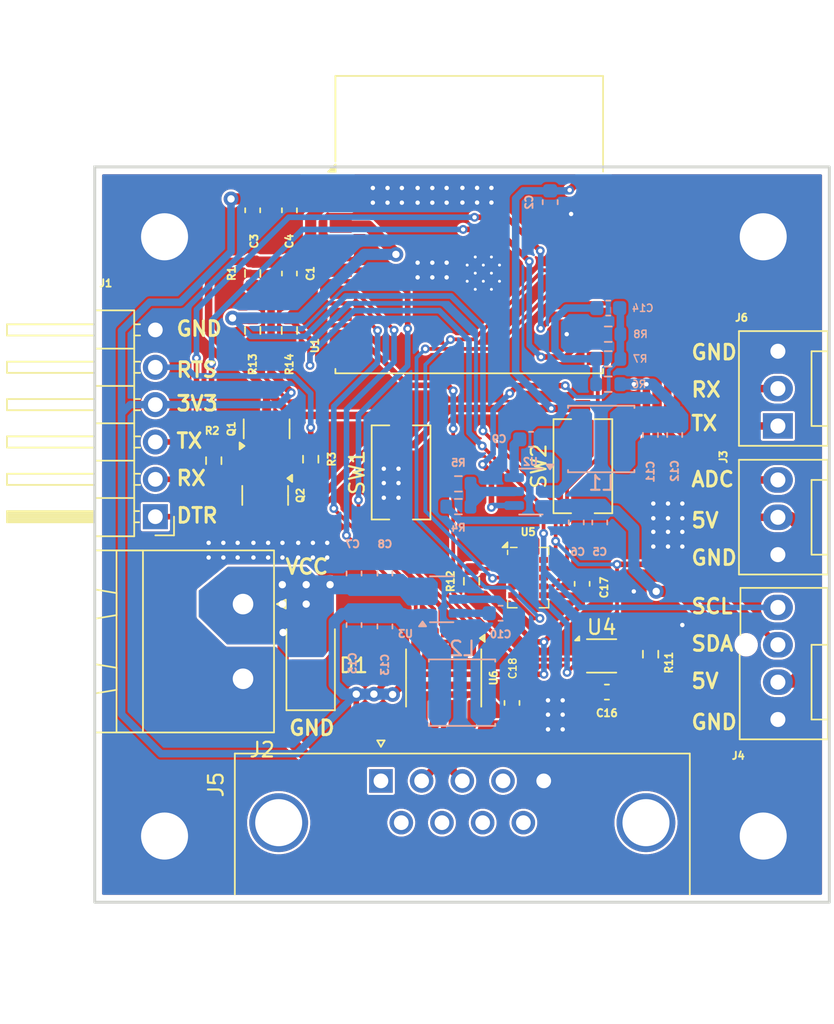
<source format=kicad_pcb>
(kicad_pcb (version 20241229) (generator "pcbnew") (generator_version "9.0")
  (layers (0 "F.Cu" signal) (4 "In1.Cu" signal) (6 "In2.Cu" signal) (2 "B.Cu" signal) (13 "F.Paste" user) (15 "B.Paste" user) (5 "F.SilkS" user "F.Silkscreen") (7 "B.SilkS" user "B.Silkscreen") (1 "F.Mask" user) (3 "B.Mask" user) (25 "Edge.Cuts" user))
  (net 0 "")
  (net 1 "/ESP32-Microcontroller/EN")
  (net 2 "GND")
  (net 3 "SCL")
  (net 4 "/ESP32-Microcontroller/IO0")
  (net 5 "VCC")
  (net 6 "Net-(U2-SW)")
  (net 7 "Net-(U2-BOOT)")
  (net 8 "VDD5V")
  (net 9 "Net-(U2-FB)")
  (net 10 "Net-(U3-BST)")
  (net 11 "Net-(U3-SW)")
  (net 12 "/ESP32-Microcontroller/TX")
  (net 13 "/ESP32-Microcontroller/RX")
  (net 14 "/ESP32-Microcontroller/DTR")
  (net 15 "/ESP32-Microcontroller/RTS")
  (net 16 "Net-(U6-A)")
  (net 17 "Net-(U6-B)")
  (net 18 "ADC")
  (net 19 "EXT_TX")
  (net 20 "EXT_RX")
  (net 21 "Net-(Q2-B)")
  (net 22 "Net-(U2-EN)")
  (net 23 "Net-(U4-~{RESET})")
  (net 24 "Net-(U5-~{RESET})")
  (net 25 "PWM_CCS")
  (net 26 "ALERT")
  (net 27 "RS485_IO")
  (net 28 "CCS_INT")
  (net 29 "nWAKE")
  (net 30 "RS485_TX")
  (net 31 "RS485_RX")
  (net 33 "VDD3V3")
  (net 34 "SDA")
  (net 35 "Net-(C14-Pad1)")
  (net 42 "Net-(Q1-B)")
  (footprint "MountingHole:MountingHole_3.2mm_M3_ISO7380_Pad_TopBottom" (layer "F.Cu") (at 131.125 109.6)
    (property "Reference" "H2" (hide yes))
    (property "Value" "GND" (hide yes))
  )
  (footprint "Capacitor_SMD:C_0603_1608Metric" (layer "F.Cu") (at 159.55 92.45 90)
    (property "Reference" "C17")
    (property "Value" "1uF" (hide yes))
  )
  (footprint "Capacitor_SMD:C_0603_1608Metric" (layer "F.Cu") (at 139.625 67.05 -90)
    (property "Reference" "C4")
    (property "Value" "100nF" (hide yes))
  )
  (footprint "Diode_SMD:D_SMA" (layer "F.Cu") (at 141.0716 97.536 90)
    (property "Reference" "D1")
    (property "Value" "SMAJ6.0CA" (hide yes))
  )
  (footprint "MountingHole:MountingHole_3.2mm_M3_ISO7380_Pad_TopBottom" (layer "F.Cu") (at 131.125 68.85)
    (property "Reference" "H1" (hide yes))
    (property "Value" "GND" (hide yes))
  )
  (footprint "Package_SO:SOIC-8_3.9x4.9mm_P1.27mm" (layer "F.Cu") (at 150.125 98.85 -90)
    (property "Reference" "U6")
    (property "Value" "MAX485E" (hide yes))
  )
  (footprint "Package_TO_SOT_SMD:SOT-23" (layer "F.Cu") (at 137.975 86.4375 -90)
    (property "Reference" "Q2")
    (property "Value" "SS8050" (hide yes))
  )
  (footprint "Capacitor_SMD:C_0603_1608Metric" (layer "F.Cu") (at 154.775 100.55 90)
    (property "Reference" "C18")
    (property "Value" "100nF" (hide yes))
  )
  (footprint "Button_Switch_SMD:SW_Tactile_SPST_NO_Straight_CK_PTS636Sx25SMTRLFS" (layer "F.Cu") (at 147.225 84.875 90)
    (property "Reference" "SW1")
    (property "Value" "RESET")
  )
  (footprint "Resistor_SMD:R_0603_1608Metric" (layer "F.Cu") (at 139.625 75.225 -90)
    (property "Reference" "R14")
    (property "Value" "4.7k" (hide yes))
  )
  (footprint "Capacitor_SMD:C_0603_1608Metric" (layer "F.Cu") (at 161.235 99.81 180)
    (property "Reference" "C16")
    (property "Value" "100nF" (hide yes))
  )
  (footprint "Resistor_SMD:R_0603_1608Metric" (layer "F.Cu") (at 152.025 92.275 90)
    (property "Reference" "R12")
    (property "Value" "4.7k" (hide yes))
  )
  (footprint "Button_Switch_SMD:SW_Tactile_SPST_NO_Straight_CK_PTS636Sx25SMTRLFS" (layer "F.Cu") (at 159.6 84.45 90)
    (property "Reference" "SW2")
    (property "Value" "BOOT")
  )
  (footprint "Resistor_SMD:R_0603_1608Metric" (layer "F.Cu") (at 134.475 84.075 90)
    (property "Reference" "R2")
    (property "Value" "12k" (hide yes))
  )
  (footprint "Resistor_SMD:R_0603_1608Metric" (layer "F.Cu") (at 137.125 71.35 90)
    (property "Reference" "R1")
    (property "Value" "10k" (hide yes))
  )
  (footprint "Package_TO_SOT_SMD:SOT-23" (layer "F.Cu") (at 138.075 81.9125 90)
    (property "Reference" "Q1")
    (property "Value" "SS8050" (hide yes))
  )
  (footprint "RF_Module:ESP32-C3-WROOM-02" (layer "F.Cu") (at 151.865 71.125)
    (property "Reference" "U1")
    (property "Value" "ESP32-C3-WROOM-02" (hide yes))
  )
  (footprint "Connector_PinHeader_2.54mm:PinHeader_1x06_P2.54mm_Horizontal" (layer "F.Cu") (at 130.5 87.884 180)
    (property "Reference" "J1")
    (property "Value" "FTDI232 Connector" (hide yes))
  )
  (footprint "Resistor_SMD:R_0603_1608Metric" (layer "F.Cu") (at 137.125 75.225 -90)
    (property "Reference" "R13")
    (property "Value" "4.7k" (hide yes))
  )
  (footprint "Connector_Dsub:DSUB-9_Pins_Horizontal_P2.77x2.84mm_EdgePinOffset4.94mm_Housed_MountingHolesOffset4.94mm" (layer "F.Cu") (at 145.855 105.85)
    (property "Reference" "J5")
    (property "Value" "DE9_Pins")
  )
  (footprint "MountingHole:MountingHole_3.2mm_M3_ISO7380_Pad_TopBottom" (layer "F.Cu") (at 171.875 109.6)
    (property "Reference" "H3" (hide yes))
    (property "Value" "GND" (hide yes))
  )
  (footprint "Capacitor_SMD:C_0603_1608Metric" (layer "F.Cu") (at 137.125 67.05 -90)
    (property "Reference" "C3")
    (property "Value" "10uF" (hide yes))
  )
  (footprint "Package_DFN_QFN:DFN-8-1EP_2x2mm_P0.5mm_EP0.6x1.2mm" (layer "F.Cu") (at 160.875 97.35)
    (property "Reference" "U4")
    (property "Value" "SHT31A-DIS")
  )
  (footprint "Connector_Phoenix_MSTB:PhoenixContact_MSTBA_2,5_2-G-5,08_1x02_P5.08mm_Horizontal" (layer "F.Cu") (at 136.4671 93.8276 -90)
    (property "Reference" "J2")
    (property "Value" "POWER INPUT" (hide yes))
  )
  (footprint "Resistor_SMD:R_0603_1608Metric" (layer "F.Cu") (at 141.075 83.975 -90)
    (property "Reference" "R3")
    (property "Value" "12k" (hide yes))
  )
  (footprint "MountingHole:MountingHole_3.2mm_M3_ISO7380_Pad_TopBottom" (layer "F.Cu") (at 171.875 68.85)
    (property "Reference" "H4" (hide yes))
    (property "Value" "GND" (hide yes))
  )
  (footprint "Connector:FanPinHeader_1x03_P2.54mm_Vertical" (layer "F.Cu") (at 172.875 90.465 90)
    (property "Reference" "J3")
    (property "Value" "ADC" (hide yes))
  )
  (footprint "Capacitor_SMD:C_0603_1608Metric" (layer "F.Cu") (at 139.625 71.35 -90)
    (property "Reference" "C1")
    (property "Value" "1uF" (hide yes))
  )
  (footprint "Connector:FanPinHeader_1x03_P2.54mm_Vertical" (layer "F.Cu") (at 172.875 81.715 90)
    (property "Reference" "J6")
    (property "Value" "UART" (hide yes))
  )
  (footprint "Resistor_SMD:R_0603_1608Metric" (layer "F.Cu") (at 164.21 97.235 90)
    (property "Reference" "R11")
    (property "Value" "2k" (hide yes))
  )
  (footprint "Connector:FanPinHeader_1x04_P2.54mm_Vertical" (layer "F.Cu") (at 172.875 101.675 90)
    (property "Reference" "J4")
    (property "Value" "I2C" (hide yes))
  )
  (footprint "Package_LGA:AMS_LGA-10-1EP_2.7x4mm_P0.6mm" (layer "F.Cu") (at 155.875 92.025)
    (property "Reference" "U5")
    (property "Value" "CCS811" (hide yes))
  )
  (footprint "Inductor_SMD:L_APV_ANR4030" (layer "B.Cu") (at 151.375 99.85 180)
    (property "Reference" "L2")
    (property "Value" "10uH")
  )
  (footprint "Capacitor_SMD:C_0603_1608Metric" (layer "B.Cu") (at 157.375 66.5 -90)
    (property "Reference" "C2")
    (property "Value" "100nF" (hide yes))
  )
  (footprint "Capacitor_SMD:C_0603_1608Metric" (layer "B.Cu") (at 146.125 95.35 90)
    (property "Reference" "C13")
    (property "Value" "22uF" (hide yes))
  )
  (footprint "Resistor_SMD:R_0603_1608Metric" (layer "B.Cu") (at 151.125 87.2)
    (property "Reference" "R4")
    (property "Value" "511k" (hide yes))
  )
  (footprint "Resistor_SMD:R_0603_1608Metric" (layer "B.Cu") (at 161.325 77.15)
    (property "Reference" "R7")
    (property "Value" "100k" (hide yes))
  )
  (footprint "Capacitor_SMD:C_0603_1608Metric" (layer "B.Cu") (at 160.75 88.275 -90)
    (property "Reference" "C5")
    (property "Value" "10uF" (hide yes))
  )
  (footprint "Capacitor_SMD:C_0603_1608Metric" (layer "B.Cu") (at 156.075 82.625)
    (property "Reference" "C9")
    (property "Value" "100nF" (hide yes))
  )
  (footprint "Resistor_SMD:R_0603_1608Metric" (layer "B.Cu") (at 161.325 75.475 180)
    (property "Reference" "R8")
    (property "Value" "13.3k" (hide yes))
  )
  (footprint "Package_TO_SOT_SMD:TSOT-23-6" (layer "B.Cu") (at 149.9875 93.5)
    (property "Reference" "U3")
    (property "Value" "AP63203WU" (hide yes))
  )
  (footprint "Package_TO_SOT_SMD:SOT-23-6" (layer "B.Cu") (at 156.0625 86.175 180)
    (property "Reference" "U2")
    (property "Value" "TPS54302" (hide yes))
  )
  (footprint "Capacitor_SMD:C_0603_1608Metric" (layer "B.Cu") (at 144.025 95.25 -90)
    (property "Reference" "C15")
    (property "Value" "22uF" (hide yes))
  )
  (footprint "Capacitor_SMD:C_0603_1608Metric" (layer "B.Cu") (at 146.125 91.75 90)
    (property "Reference" "C8")
    (property "Value" "100nF" (hide yes))
  )
  (footprint "Inductor_SMD:L_APV_ANR4030" (layer "B.Cu") (at 160.85 82.6)
    (property "Reference" "L1")
    (property "Value" "10uH" (hide yes))
  )
  (footprint "Resistor_SMD:R_0603_1608Metric" (layer "B.Cu") (at 151.125 85.65 180)
    (property "Reference" "R5")
    (property "Value" "105k" (hide yes))
  )
  (footprint "Capacitor_SMD:C_0603_1608Metric" (layer "B.Cu") (at 164.2 82.325 -90)
    (property "Reference" "C11")
    (property "Value" "22uF" (hide yes))
  )
  (footprint "Capacitor_SMD:C_0603_1608Metric" (layer "B.Cu") (at 165.85 82.325 -90)
    (property "Reference" "C12")
    (property "Value" "22uF" (hide yes))
  )
  (footprint "Capacitor_SMD:C_0603_1608Metric" (layer "B.Cu") (at 154 94.45)
    (property "Reference" "C10")
    (property "Value" "100nF" (hide yes))
  )
  (footprint "Resistor_SMD:R_0603_1608Metric" (layer "B.Cu") (at 161.325 78.875 180)
    (property "Reference" "R6")
    (property "Value" "49.9k" (hide yes))
  )
  (footprint "Capacitor_SMD:C_0603_1608Metric" (layer "B.Cu") (at 161.325 73.7)
    (property "Reference" "C14")
    (property "Value" "75pF" (hide yes))
  )
  (footprint "Capacitor_SMD:C_0603_1608Metric" (layer "B.Cu") (at 159.15 88.275 -90)
    (property "Reference" "C6")
    (property "Value" "100nF" (hide yes))
  )
  (footprint "Capacitor_SMD:C_0603_1608Metric" (layer "B.Cu") (at 144.025 91.75 90)
    (property "Reference" "C7")
    (property "Value" "10uF" (hide yes))
  )
  (gr_rect (start 126.375 64.1) (end 176.375 114.1) (stroke (width 0.2)) (fill no) (layer "Edge.Cuts"))
  (gr_text "5V" (at 166.878 99.06 0) (layer "F.SilkS") (effects (font (size 1 1) (thickness 0.2) (bold yes)) (justify left)))
  (gr_text "RTS" (at 131.826 77.9 0) (layer "F.SilkS") (effects (font (size 1 1) (thickness 0.2) (bold yes)) (justify left)))
  (gr_text "SDA" (at 166.878 96.52 0) (layer "F.SilkS") (effects (font (size 1 1) (thickness 0.2) (bold yes)) (justify left)))
  (gr_text "DTR\n" (at 131.826 87.806 0) (layer "F.SilkS") (effects (font (size 1 1) (thickness 0.2) (bold yes)) (justify left)))
  (gr_text "ADC" (at 166.878 85.344 0) (layer "F.SilkS") (effects (font (size 1 1) (thickness 0.2) (bold yes)) (justify left)))
  (gr_text "RX" (at 131.826 85.266 0) (layer "F.SilkS") (effects (font (size 1 1) (thickness 0.2) (bold yes)) (justify left)))
  (gr_text "GND" (at 139.5 102.25 0) (layer "F.SilkS") (effects (font (size 1 1) (thickness 0.2) (bold yes)) (justify left)))
  (gr_text "RX" (at 166.878 79.248 0) (layer "F.SilkS") (effects (font (size 1 1) (thickness 0.2) (bold yes)) (justify left)))
  (gr_text "GND" (at 166.878 90.678 0) (layer "F.SilkS") (effects (font (size 1 1) (thickness 0.2) (bold yes)) (justify left)))
  (gr_text "5V" (at 166.878 88.138 0) (layer "F.SilkS") (effects (font (size 1 1) (thickness 0.2) (bold yes)) (justify left)))
  (gr_text "3V3\n" (at 131.826 80.186 0) (layer "F.SilkS") (effects (font (size 1 1) (thickness 0.2) (bold yes)) (justify left)))
  (gr_text "GND" (at 166.878 76.708 0) (layer "F.SilkS") (effects (font (size 1 1) (thickness 0.2) (bold yes)) (justify left)))
  (gr_text "TX" (at 166.878 81.534 0) (layer "F.SilkS") (effects (font (size 1 1) (thickness 0.2) (bold yes)) (justify left)))
  (gr_text "VCC\n" (at 139.25 91.2876 0) (layer "F.SilkS") (effects (font (size 1 1) (thickness 0.2) (bold yes)) (justify left)))
  (gr_text "SCL" (at 166.878 93.98 0) (layer "F.SilkS") (effects (font (size 1 1) (thickness 0.2) (bold yes)) (justify left)))
  (gr_text "GND" (at 131.826 75.106 0) (layer "F.SilkS") (effects (font (size 1 1) (thickness 0.2) (bold yes)) (justify left)))
  (gr_text "TX" (at 131.826 82.726 0) (layer "F.SilkS") (effects (font (size 1 1) (thickness 0.2) (bold yes)) (justify left)))
  (gr_text "GND" (at 166.878 101.854 0) (layer "F.SilkS") (effects (font (size 1 1) (thickness 0.2) (bold yes)) (justify left)))
  (segment (start 134.9875 76.2125) (end 134.775 76) (width 0.508) (layer "F.Cu") (net 1))
  (segment (start 138.075 80.975) (end 138.075 79.3) (width 0.508) (layer "F.Cu") (net 1))
  (segment (start 134.15 75.25) (end 134.125 75.225) (width 0.508) (layer "F.Cu") (net 1))
  (segment (start 143.115 66.625) (end 142 66.625) (width 0.762) (layer "F.Cu") (net 1))
  (segment (start 139.775 81) (end 134.9875 76.2125) (width 0.508) (layer "F.Cu") (net 1))
  (segment (start 139.625 70.575) (end 137.175 70.575) (width 0.762) (layer "F.Cu") (net 1))
  (segment (start 137.175 70.575) (end 137.125 70.525) (width 0.762) (layer "F.Cu") (net 1))
  (segment (start 142 66.625) (end 141.075 67.55) (width 0.762) (layer "F.Cu") (net 1))
  (segment (start 134.9875 76.2125) (end 134.15 75.375) (width 0.508) (layer "F.Cu") (net 1))
  (segment (start 147.225 81) (end 139.775 81) (width 0.508) (layer "F.Cu") (net 1))
  (segment (start 138.075 79.3) (end 134.775 76) (width 0.508) (layer "F.Cu") (net 1))
  (segment (start 141.075 67.55) (end 141.075 69.125) (width 0.762) (layer "F.Cu") (net 1))
  (segment (start 134.125 75.225) (end 134.125 71.65) (width 0.508) (layer "F.Cu") (net 1))
  (segment (start 141.075 69.125) (end 139.625 70.575) (width 0.762) (layer "F.Cu") (net 1))
  (segment (start 134.125 71.65) (end 135.25 70.525) (width 0.508) (layer "F.Cu") (net 1))
  (segment (start 134.15 75.375) (end 134.15 75.25) (width 0.508) (layer "F.Cu") (net 1))
  (segment (start 135.25 70.525) (end 137.125 70.525) (width 0.508) (layer "F.Cu") (net 1))
  (segment (start 160.875 96.681) (end 162.306 95.25) (width 0.254) (layer "F.Cu") (net 2))
  (segment (start 160.875 97.35) (end 160.875 96.681) (width 0.254) (layer "F.Cu") (net 2))
  (segment (start 162.306 95.25) (end 166.37 95.25) (width 0.254) (layer "F.Cu") (net 2))
  (via (at 140.224 90.662) (size 0.6) (drill 0.3) (layers "F.Cu" "B.Cu") (net 2))
  (via (at 165.395 87.991) (size 0.6) (drill 0.3) (layers "F.Cu" "B.Cu") (net 2))
  (via (at 151.4 66.525) (size 0.6) (drill 0.3) (layers "F.Cu" "B.Cu") (net 2))
  (via (at 157.226 102.346) (size 0.6) (drill 0.3) (layers "F.Cu" "B.Cu") (net 2))
  (via (at 150.327 71.612) (size 0.6) (drill 0.3) (layers "F.Cu" "B.Cu") (net 2))
  (via (at 141.224 90.662) (size 0.6) (drill 0.3) (layers "F.Cu" "B.Cu") (net 2))
  (via (at 150.327 66.532) (size 0.6) (drill 0.3) (layers "F.Cu" "B.Cu") (net 2))
  (via (at 146.05 85.598) (size 0.6) (drill 0.3) (layers "F.Cu" "B.Cu") (net 2))
  (via (at 134.128 89.662) (size 0.6) (drill 0.3) (layers "F.Cu" "B.Cu") (net 2))
  (via (at 165.395 86.991) (size 0.6) (drill 0.3) (layers "F.Cu" "B.Cu") (net 2))
  (via (at 153.375 66.525) (size 0.6) (drill 0.3) (layers "F.Cu" "B.Cu") (net 2))
  (via (at 134.128 90.662) (size 0.6) (drill 0.3) (layers "F.Cu" "B.Cu") (net 2))
  (via (at 158.8 67.3) (size 0.6) (drill 0.3) (layers "F.Cu" "B.Cu") (net 2))
  (via (at 145.304 66.532) (size 0.6) (drill 0.3) (layers "F.Cu" "B.Cu") (net 2))
  (via (at 152.4 66.525) (size 0.6) (drill 0.3) (layers "F.Cu" "B.Cu") (net 2))
  (via (at 157.226 101.346) (size 0.6) (drill 0.3) (layers "F.Cu" "B.Cu") (net 2))
  (via (at 158.226 102.346) (size 0.6) (drill 0.3) (layers "F.Cu" "B.Cu") (net 2))
  (via (at 158.5 75.475) (size 0.6) (drill 0.3) (layers "F.Cu" "B.Cu") (net 2))
  (via (at 135.128 90.662) (size 0.6) (drill 0.3) (layers "F.Cu" "B.Cu") (net 2))
  (via (at 166.37 86.991) (size 0.6) (drill 0.3) (layers "F.Cu" "B.Cu") (net 2))
  (via (at 139.151 90.662) (size 0.6) (drill 0.3) (layers "F.Cu" "B.Cu") (net 2))
  (via (at 157.226 100.371) (size 0.6) (drill 0.3) (layers "F.Cu" "B.Cu") (net 2))
  (via (at 139.151 89.662) (size 0.6) (drill 0.3) (layers "F.Cu" "B.Cu") (net 2))
  (via (at 147.279 66.532) (size 0.6) (drill 0.3) (layers "F.Cu" "B.Cu") (net 2))
  (via (at 150.327 70.612) (size 0.6) (drill 0.3) (layers "F.Cu" "B.Cu") (net 2))
  (via (at 146.05 86.598) (size 0.6) (drill 0.3) (layers "F.Cu" "B.Cu") (net 2))
  (via (at 136.103 90.662) (size 0.6) (drill 0.3) (layers "F.Cu" "B.Cu") (net 2))
  (via (at 136.103 89.662) (size 0.6) (drill 0.3) (layers "F.Cu" "B.Cu") (net 2))
  (via (at 150.327 65.532) (size 0.6) (drill 0.3) (layers "F.Cu" "B.Cu") (net 2))
  (via (at 146.05 84.623) (size 0.6) (drill 0.3) (layers "F.Cu" "B.Cu") (net 2))
  (via (at 142.199 90.662) (size 0.6) (drill 0.3) (layers "F.Cu" "B.Cu") (net 2))
  (via (at 149.352 65.532) (size 0.6) (drill 0.3) (layers "F.Cu" "B.Cu") (net 2))
  (via (at 166.37 87.991) (size 0.6) (drill 0.3) (layers "F.Cu" "B.Cu") (net 2))
  (via (at 135.128 89.662) (size 0.6) (drill 0.3) (layers "F.Cu" "B.Cu") (net 2))
  (via (at 148.352 70.612) (size 0.6) (drill 0.3) (layers "F.Cu" "B.Cu") (net 2))
  (via (at 149.352 66.532) (size 0.6) (drill 0.3) (layers "F.Cu" "B.Cu") (net 2))
  (via (at 151.4 65.525) (size 0.6) (drill 0.3) (layers "F.Cu" "B.Cu") (net 2))
  (via (at 166.37 88.916) (size 0.6) (drill 0.3) (layers "F.Cu" "B.Cu") (net 2))
  (via (at 138.176 90.662) (size 0.6) (drill 0.3) (layers "F.Cu" "B.Cu") (net 2))
  (via (at 142.199 89.662) (size 0.6) (drill 0.3) (layers "F.Cu" "B.Cu") (net 2))
  (via (at 166.37 95.25) (size 0.6) (drill 0.3) (layers "F.Cu" "B.Cu") (net 2))
  (via (at 148.352 66.532) (size 0.6) (drill 0.3) (layers "F.Cu" "B.Cu") (net 2))
  (via (at 158.226 101.346) (size 0.6) (drill 0.3) (layers "F.Cu" "B.Cu") (net 2))
  (via (at 166.37 89.916) (size 0.6) (drill 0.3) (layers "F.Cu" "B.Cu") (net 2))
  (via (at 147.05 85.598) (size 0.6) (drill 0.3) (layers "F.Cu" "B.Cu") (net 2))
  (via (at 149.352 70.612) (size 0.6) (drill 0.3) (layers "F.Cu" "B.Cu") (net 2))
  (via (at 164.395 89.916) (size 0.6) (drill 0.3) (layers "F.Cu" "B.Cu") (net 2))
  (via (at 152.4 65.525) (size 0.6) (drill 0.3) (layers "F.Cu" "B.Cu") (net 2))
  (via (at 146.304 66.532) (size 0.6) (drill 0.3) (layers "F.Cu" "B.Cu") (net 2))
  (via (at 164.395 86.991) (size 0.6) (drill 0.3) (layers "F.Cu" "B.Cu") (net 2))
  (via (at 153.375 65.525) (size 0.6) (drill 0.3) (layers "F.Cu" "B.Cu") (net 2))
  (via (at 147.279 65.532) (size 0.6) (drill 0.3) (layers "F.Cu" "B.Cu") (net 2))
  (via (at 146.304 65.532) (size 0.6) (drill 0.3) (layers "F.Cu" "B.Cu") (net 2))
  (via (at 148.352 71.612) (size 0.6) (drill 0.3) (layers "F.Cu" "B.Cu") (net 2))
  (via (at 165.395 88.916) (size 0.6) (drill 0.3) (layers "F.Cu" "B.Cu") (net 2))
  (via (at 149.352 71.612) (size 0.6) (drill 0.3) (layers "F.Cu" "B.Cu") (net 2))
  (via (at 165.395 89.916) (size 0.6) (drill 0.3) (layers "F.Cu" "B.Cu") (net 2))
  (via (at 137.176 90.662) (size 0.6) (drill 0.3) (layers "F.Cu" "B.Cu") (net 2))
  (via (at 141.224 89.662) (size 0.6) (drill 0.3) (layers "F.Cu" "B.Cu") (net 2))
  (via (at 164.395 88.916) (size 0.6) (drill 0.3) (layers "F.Cu" "B.Cu") (net 2))
  (via (at 147.05 84.623) (size 0.6) (drill 0.3) (layers "F.Cu" "B.Cu") (net 2))
  (via (at 164.395 87.991) (size 0.6) (drill 0.3) (layers "F.Cu" "B.Cu") (net 2))
  (via (at 140.224 89.662) (size 0.6) (drill 0.3) (layers "F.Cu" "B.Cu") (net 2))
  (via (at 158.226 100.371) (size 0.6) (drill 0.3) (layers "F.Cu" "B.Cu") (net 2))
  (via (at 138.176 89.662) (size 0.6) (drill 0.3) (layers "F.Cu" "B.Cu") (net 2))
  (via (at 145.304 65.532) (size 0.6) (drill 0.3) (layers "F.Cu" "B.Cu") (net 2))
  (via (at 148.352 65.532) (size 0.6) (drill 0.3) (layers "F.Cu" "B.Cu") (net 2))
  (via (at 163.068 92.964) (size 0.6) (drill 0.3) (layers "F.Cu" "B.Cu") (net 2))
  (via (at 147.05 86.598) (size 0.6) (drill 0.3) (layers "F.Cu" "B.Cu") (net 2))
  (via (at 137.176 89.662) (size 0.6) (drill 0.3) (layers "F.Cu" "B.Cu") (net 2))
  (segment (start 165.85 83.1) (end 164.2 83.1) (width 0.508) (layer "B.Cu") (net 2))
  (segment (start 158.5 75.475) (end 160.5 75.475) (width 0.508) (layer "B.Cu") (net 2))
  (segment (start 159.7 98.1) (end 158.9 98.1) (width 0.254) (layer "F.Cu") (net 3))
  (segment (start 156.925 90.825) (end 156.925 89.025) (width 0.254) (layer "F.Cu") (net 3))
  (segment (start 156.925 89.025) (end 156.925 87.25) (width 0.254) (layer "F.Cu") (net 3))
  (segment (start 139.625 74.4) (end 141.025 75.8) (width 0.381) (layer "F.Cu") (net 3))
  (segment (start 141.175 70.701) (end 141.175 72.85) (width 0.762) (layer "F.Cu") (net 3))
  (segment (start 156.925 87.25) (end 152.75 83.075) (width 0.254) (layer "F.Cu") (net 3))
  (segment (start 141.175 72.85) (end 139.625 74.4) (width 0.762) (layer "F.Cu") (net 3))
  (segment (start 158.9 98.1) (end 158.525 98.475) (width 0.254) (layer "F.Cu") (net 3))
  (segment (start 143.115 69.625) (end 142.251 69.625) (width 0.762) (layer "F.Cu") (net 3))
  (segment (start 142.251 69.625) (end 141.175 70.701) (width 0.762) (layer "F.Cu") (net 3))
  (segment (start 141.025 75.8) (end 141.025 77.6) (width 0.381) (layer "F.Cu") (net 3))
  (via (at 156.925 89.025) (size 0.6) (drill 0.3) (layers "F.Cu" "B.Cu") (net 3))
  (via (at 158.525 98.475) (size 0.6) (drill 0.3) (layers "F.Cu" "B.Cu") (net 3))
  (via (at 141.025 77.6) (size 0.6) (drill 0.3) (layers "F.Cu" "B.Cu") (net 3))
  (via (at 152.75 83.075) (size 0.6) (drill 0.3) (layers "F.Cu" "B.Cu") (net 3))
  (segment (start 159.455 94.055) (end 156.925 91.525) (width 0.381) (layer "B.Cu") (net 3))
  (segment (start 151.85 75.9) (end 149.825 73.875) (width 0.381) (layer "B.Cu") (net 3))
  (segment (start 144.025 73.875) (end 141.025 76.875) (width 0.381) (layer "B.Cu") (net 3))
  (segment (start 158.525 95.175) (end 158.525 98.475) (width 0.381) (layer "B.Cu") (net 3))
  (segment (start 151.85 82.175) (end 151.85 75.9) (width 0.381) (layer "B.Cu") (net 3))
  (segment (start 156.925 91.525) (end 156.925 93.575) (width 0.381) (layer "B.Cu") (net 3))
  (segment (start 149.825 73.875) (end 144.025 73.875) (width 0.381) (layer "B.Cu") (net 3))
  (segment (start 152.75 83.075) (end 151.85 82.175) (width 0.381) (layer "B.Cu") (net 3))
  (segment (start 156.925 91.525) (end 156.925 89.025) (width 0.381) (layer "B.Cu") (net 3))
  (segment (start 156.925 93.575) (end 158.525 95.175) (width 0.381) (layer "B.Cu") (net 3))
  (segment (start 172.875 94.055) (end 159.455 94.055) (width 0.381) (layer "B.Cu") (net 3))
  (segment (start 141.025 76.875) (end 141.025 77.6) (width 0.381) (layer "B.Cu") (net 3))
  (segment (start 157.45 80.525) (end 150.575 80.525) (width 0.508) (layer "F.Cu") (net 4))
  (segment (start 160.615 65.125) (end 159.25 65.125) (width 0.508) (layer "F.Cu") (net 4))
  (segment (start 148.125 82.975) (end 145.325 82.975) (width 0.508) (layer "F.Cu") (net 4))
  (segment (start 159.25 65.125) (end 158.7 65.675) (width 0.508) (layer "F.Cu") (net 4))
  (segment (start 150.575 80.525) (end 148.125 82.975) (width 0.508) (layer "F.Cu") (net 4))
  (segment (start 157.45 80.525) (end 159.55 80.525) (width 0.508) (layer "F.Cu") (net 4))
  (segment (start 140.925 87.375) (end 137.975 87.375) (width 0.508) (layer "F.Cu") (net 4))
  (segment (start 145.325 82.975) (end 140.925 87.375) (width 0.508) (layer "F.Cu") (net 4))
  (segment (start 159.55 80.525) (end 159.6 80.575) (width 0.508) (layer "F.Cu") (net 4))
  (segment (start 157.45 80.525) (end 157.5 80.575) (width 0.508) (layer "F.Cu") (net 4))
  (via (at 158.7 65.675) (size 0.6) (drill 0.3) (layers "F.Cu" "B.Cu") (net 4))
  (via (at 157.45 80.525) (size 0.6) (drill 0.3) (layers "F.Cu" "B.Cu") (net 4))
  (segment (start 157.375 65.725) (end 158.65 65.725) (width 0.508) (layer "B.Cu") (net 4))
  (segment (start 158.65 65.725) (end 158.7 65.675) (width 0.508) (layer "B.Cu") (net 4))
  (segment (start 155.025 66.25) (end 155.55 65.725) (width 0.508) (layer "B.Cu") (net 4))
  (segment (start 157.45 80.525) (end 155.025 78.1) (width 0.508) (layer "B.Cu") (net 4))
  (segment (start 155.025 78.1) (end 155.025 66.25) (width 0.508) (layer "B.Cu") (net 4))
  (segment (start 155.55 65.725) (end 157.375 65.725) (width 0.508) (layer "B.Cu") (net 4))
  (segment (start 145.034 112.268) (end 141.986 109.22) (width 0.762) (layer "F.Cu") (net 5))
  (segment (start 139.192 102.616) (end 139.192 95.758) (width 0.762) (layer "F.Cu") (net 5))
  (segment (start 139.192 93.8784) (end 139.1412 93.8276) (width 0.762) (layer "F.Cu") (net 5))
  (segment (start 141.986 109.22) (end 141.986 105.41) (width 0.762) (layer "F.Cu") (net 5))
  (segment (start 139.192 95.758) (end 139.192 93.8784) (width 0.762) (layer "F.Cu") (net 5))
  (segment (start 168.148 94.996) (end 168.148 100.076) (width 0.762) (layer "F.Cu") (net 5))
  (segment (start 140.7668 93.8276) (end 141.0716 94.1324) (width 1.27) (layer "F.Cu") (net 5))
  (segment (start 168.148 100.076) (end 155.956 112.268) (width 0.762) (layer "F.Cu") (net 5))
  (segment (start 141.986 105.41) (end 139.192 102.616) (width 0.762) (layer "F.Cu") (net 5))
  (segment (start 141.0716 94.1324) (end 141.0716 95.536) (width 1.27) (layer "F.Cu") (net 5))
  (segment (start 136.4671 93.8276) (end 140.7668 93.8276) (width 1.27) (layer "F.Cu") (net 5))
  (segment (start 164.592 92.964) (end 166.116 92.964) (width 0.762) (layer "F.Cu") (net 5))
  (segment (start 155.956 112.268) (end 145.034 112.268) (width 0.762) (layer "F.Cu") (net 5))
  (segment (start 166.116 92.964) (end 168.148 94.996) (width 0.762) (layer "F.Cu") (net 5))
  (via (at 139.192 95.758) (size 1) (drill 0.5) (layers "F.Cu" "B.Cu") (net 5))
  (via (at 139.1412 93.8276) (size 1) (drill 0.5) (layers "F.Cu" "B.Cu") (net 5))
  (via (at 140.7668 93.8276) (size 1) (drill 0.5) (layers "F.Cu" "B.Cu") (net 5))
  (via (at 164.592 92.964) (size 1) (drill 0.5) (layers "F.Cu" "B.Cu") (net 5))
  (via (at 142.3924 92.5068) (size 1) (drill 0.5) (layers "F.Cu" "B.Cu") (net 5))
  (via (at 140.7668 92.5068) (size 1) (drill 0.5) (layers "F.Cu" "B.Cu") (net 5))
  (via (at 139.1412 92.5068) (size 1) (drill 0.5) (layers "F.Cu" "B.Cu") (net 5))
  (segment (start 142.3924 92.5068) (end 140.7668 92.5068) (width 1.27) (layer "B.Cu") (net 5))
  (segment (start 142.4106 92.525) (end 142.3924 92.5068) (width 1.27) (layer "B.Cu") (net 5))
  (segment (start 139.1412 92.5068) (end 137.7879 92.5068) (width 1.27) (layer "B.Cu") (net 5))
  (segment (start 160.75 87.5) (end 161.875 87.5) (width 0.762) (layer "B.Cu") (net 5))
  (segment (start 159.15 87.5) (end 158.52 88.13) (width 0.508) (layer "B.Cu") (net 5))
  (segment (start 161.875 87.5) (end 163.068 88.693) (width 0.762) (layer "B.Cu") (net 5))
  (segment (start 158.52 88.13) (end 151.23 88.13) (width 0.508) (layer "B.Cu") (net 5))
  (segment (start 144.025 92.525) (end 142.4106 92.525) (width 1.27) (layer "B.Cu") (net 5))
  (segment (start 160.75 87.5) (end 159.15 87.5) (width 0.508) (layer "B.Cu") (net 5))
  (segment (start 137.7879 92.5068) (end 136.4671 93.8276) (width 1.27) (layer "B.Cu") (net 5))
  (segment (start 151.23 88.13) (end 150.3 87.2) (width 0.508) (layer "B.Cu") (net 5))
  (segment (start 140.7668 92.5068) (end 139.1412 92.5068) (width 1.27) (layer "B.Cu") (net 5))
  (segment (start 163.068 91.44) (end 164.592 92.964) (width 0.762) (layer "B.Cu") (net 5))
  (segment (start 163.068 88.693) (end 163.068 91.44) (width 0.762) (layer "B.Cu") (net 5))
  (segment (start 154.925 83) (end 155.3 82.625) (width 0.635) (layer "B.Cu") (net 7))
  (segment (start 154.925 85.225) (end 154.925 83) (width 0.635) (layer "B.Cu") (net 7))
  (segment (start 163.925 78.875) (end 163.925 82.727677) (width 0.508) (layer "F.Cu") (net 8))
  (segment (start 172.875 99.135) (end 173.84 99.135) (width 0.762) (layer "F.Cu") (net 8))
  (segment (start 173.84 99.135) (end 174.95 98.025) (width 0.762) (layer "F.Cu") (net 8))
  (segment (start 169.122323 87.925) (end 172.875 87.925) (width 0.508) (layer "F.Cu") (net 8))
  (segment (start 174.95 89.15) (end 173.725 87.925) (width 0.762) (layer "F.Cu") (net 8))
  (segment (start 173.725 87.925) (end 172.875 87.925) (width 0.762) (layer "F.Cu") (net 8))
  (segment (start 174.95 98.025) (end 174.95 89.15) (width 0.762) (layer "F.Cu") (net 8))
  (segment (start 163.925 82.727677) (end 169.122323 87.925) (width 0.508) (layer "F.Cu") (net 8))
  (segment (start 163.068 78.875) (end 163.925 78.875) (width 0.254) (layer "F.Cu") (net 8))
  (via (at 163.925 78.875) (size 0.6) (drill 0.3) (layers "F.Cu" "B.Cu") (net 8))
  (via (at 163.068 78.875) (size 0.6) (drill 0.3) (layers "F.Cu" "B.Cu") (net 8))
  (segment (start 164.125 78.875) (end 164.35 78.875) (width 0.762) (layer "B.Cu") (net 8))
  (segment (start 164.35 78.875) (end 165.85 80.375) (width 0.762) (layer "B.Cu") (net 8))
  (segment (start 162.975 78.875) (end 162.15 78.875) (width 0.762) (layer "B.Cu") (net 8))
  (segment (start 165.85 80.375) (end 165.85 81.55) (width 0.762) (layer "B.Cu") (net 8))
  (segment (start 164.125 78.875) (end 162.975 78.875) (width 0.762) (layer "B.Cu") (net 8))
  (segment (start 153.375 84.925) (end 152.775 84.325) (width 0.381) (layer "F.Cu") (net 9))
  (segment (start 153.375 87.25) (end 153.375 84.925) (width 0.381) (layer "F.Cu") (net 9))
  (segment (start 155.15 78.975) (end 158.4 78.975) (width 0.381) (layer "F.Cu") (net 9))
  (segment (start 154.625 79.5) (end 155.15 78.975) (width 0.381) (layer "F.Cu") (net 9))
  (via (at 158.4 78.975) (size 0.6) (drill 0.3) (layers "F.Cu" "B.Cu") (net 9))
  (via (at 153.375 87.25) (size 0.6) (drill 0.3) (layers "F.Cu" "B.Cu") (net 9))
  (via (at 154.625 79.5) (size 0.6) (drill 0.3) (layers "F.Cu" "B.Cu") (net 9))
  (via (at 152.775 84.325) (size 0.6) (drill 0.3) (layers "F.Cu" "B.Cu") (net 9))
  (segment (start 153.5 87.125) (end 153.375 87.25) (width 0.381) (layer "B.Cu") (net 9))
  (segment (start 161.3585 77.9415) (end 162.15 77.15) (width 0.254) (layer "B.Cu") (net 9))
  (segment (start 162.15 73.75) (end 162.1 73.7) (width 0.508) (layer "B.Cu") (net 9))
  (segment (start 153.4915 80.6335) (end 154.625 79.5) (width 0.381) (layer "B.Cu") (net 9))
  (segment (start 158.4 78.975) (end 159.1665 79.7415) (width 0.254) (layer "B.Cu") (net 9))
  (segment (start 160.950548 79.7415) (end 161.3585 79.333548) (width 0.254) (layer "B.Cu") (net 9))
  (segment (start 162.15 77.15) (end 162.15 75.475) (width 0.508) (layer "B.Cu") (net 9))
  (segment (start 153.4915 83.6085) (end 153.4915 80.6335) (width 0.381) (layer "B.Cu") (net 9))
  (segment (start 161.3585 79.333548) (end 161.3585 77.9415) (width 0.254) (layer "B.Cu") (net 9))
  (segment (start 152.775 84.325) (end 153.4915 83.6085) (width 0.381) (layer "B.Cu") (net 9))
  (segment (start 154.925 87.125) (end 153.5 87.125) (width 0.381) (layer "B.Cu") (net 9))
  (segment (start 162.15 75.475) (end 162.15 73.75) (width 0.508) (layer "B.Cu") (net 9))
  (segment (start 159.1665 79.7415) (end 160.950548 79.7415) (width 0.254) (layer "B.Cu") (net 9))
  (segment (start 153.225 94.45) (end 151.125 94.45) (width 0.508) (layer "B.Cu") (net 10))
  (segment (start 151.125 93.5) (end 153.825 93.5) (width 0.508) (layer "B.Cu") (net 11))
  (segment (start 153.825 93.5) (end 154.775 94.45) (width 0.508) (layer "B.Cu") (net 11))
  (segment (start 156.7 69.8) (end 154.425 67.525) (width 0.381) (layer "F.Cu") (net 12))
  (segment (start 133.3 77.1) (end 133.3 81.076) (width 0.381) (layer "F.Cu") (net 12))
  (segment (start 133.3 81.076) (end 131.572 82.804) (width 0.381) (layer "F.Cu") (net 12))
  (segment (start 154.425 67.525) (end 152.225 67.525) (width 0.381) (layer "F.Cu") (net 12))
  (segment (start 157.675 74.125) (end 156.725 75.075) (width 0.381) (layer "F.Cu") (net 12))
  (segment (start 160.615 74.125) (end 157.675 74.125) (width 0.381) (layer "F.Cu") (net 12))
  (segment (start 131.572 82.804) (end 130.5 82.804) (width 0.381) (layer "F.Cu") (net 12))
  (via (at 133.3 77.1) (size 0.6) (drill 0.3) (layers "F.Cu" "B.Cu") (net 12))
  (via (at 152.225 67.525) (size 0.6) (drill 0.3) (layers "F.Cu" "B.Cu") (net 12))
  (via (at 156.7 69.8) (size 0.6) (drill 0.3) (layers "F.Cu" "B.Cu") (net 12))
  (via (at 156.725 75.075) (size 0.6) (drill 0.3) (layers "F.Cu" "B.Cu") (net 12))
  (segment (start 133.3 77.1) (end 133.3 73.8) (width 0.381) (layer "B.Cu") (net 12))
  (segment (start 133.3 73.8) (end 139.575 67.525) (width 0.381) (layer "B.Cu") (net 12))
  (segment (start 156.725 75.075) (end 156.725 69.825) (width 0.381) (layer "B.Cu") (net 12))
  (segment (start 156.725 69.825) (end 156.7 69.8) (width 0.381) (layer "B.Cu") (net 12))
  (segment (start 139.575 67.525) (end 152.225 67.525) (width 0.381) (layer "B.Cu") (net 12))
  (segment (start 132.95 84.474) (end 132.08 85.344) (width 0.381) (layer "F.Cu") (net 13))
  (segment (start 155.95 70.525) (end 153.775 68.35) (width 0.381) (layer "F.Cu") (net 13))
  (segment (start 158.425 77.025) (end 156.75 77.025) (width 0.381) (layer "F.Cu") (net 13))
  (segment (start 132.95 82.475) (end 132.95 84.474) (width 0.381) (layer "F.Cu") (net 13))
  (segment (start 134.325 77.475) (end 134.325 81.1) (width 0.381) (layer "F.Cu") (net 13))
  (segment (start 132.08 85.344) (end 130.5 85.344) (width 0.381) (layer "F.Cu") (net 13))
  (segment (start 158.975 76.475) (end 158.425 77.025) (width 0.381) (layer "F.Cu") (net 13))
  (segment (start 159.825 75.625) (end 158.975 76.475) (width 0.381) (layer "F.Cu") (net 13))
  (segment (start 134.325 81.1) (end 132.95 82.475) (width 0.381) (layer "F.Cu") (net 13))
  (segment (start 153.775 68.35) (end 151.45 68.35) (width 0.381) (layer "F.Cu") (net 13))
  (segment (start 160.615 75.625) (end 159.825 75.625) (width 0.381) (layer "F.Cu") (net 13))
  (via (at 156.75 77.025) (size 0.6) (drill 0.3) (layers "F.Cu" "B.Cu") (net 13))
  (via (at 155.95 70.525) (size 0.6) (drill 0.3) (layers "F.Cu" "B.Cu") (net 13))
  (via (at 134.325 77.475) (size 0.6) (drill 0.3) (layers "F.Cu" "B.Cu") (net 13))
  (via (at 151.45 68.35) (size 0.6) (drill 0.3) (layers "F.Cu" "B.Cu") (net 13))
  (segment (start 134.325 77.475) (end 134.325 74.539228) (width 0.381) (layer "B.Cu") (net 13))
  (segment (start 140.514228 68.35) (end 151.45 68.35) (width 0.381) (layer "B.Cu") (net 13))
  (segment (start 155.95 76.225) (end 155.95 70.525) (width 0.381) (layer "B.Cu") (net 13))
  (segment (start 156.75 77.025) (end 155.95 76.225) (width 0.381) (layer "B.Cu") (net 13))
  (segment (start 134.325 74.539228) (end 140.514228 68.35) (width 0.381) (layer "B.Cu") (net 13))
  (segment (start 134.475 86.505) (end 133.096 87.884) (width 0.381) (layer "F.Cu") (net 14))
  (segment (start 134.475 86.525) (end 134.475 86.36) (width 0.381) (layer "F.Cu") (net 14))
  (segment (start 133.096 87.884) (end 130.5 87.884) (width 0.381) (layer "F.Cu") (net 14))
  (segment (start 134.475 86.36) (end 134.475 84.9) (width 0.381) (layer "F.Cu") (net 14))
  (segment (start 135.075 85.5) (end 134.475 84.9) (width 0.381) (layer "F.Cu") (net 14))
  (segment (start 134.475 86.36) (end 134.475 86.505) (width 0.381) (layer "F.Cu") (net 14))
  (segment (start 137.025 85.5) (end 135.075 85.5) (width 0.381) (layer "F.Cu") (net 14))
  (segment (start 139.35 83.175) (end 141.05 83.175) (width 0.381) (layer "F.Cu") (net 15))
  (segment (start 139.025 82.85) (end 139.35 83.175) (width 0.381) (layer "F.Cu") (net 15))
  (segment (start 141.075 81.825) (end 141.075 83.15) (width 0.381) (layer "F.Cu") (net 15))
  (segment (start 141.05 83.175) (end 141.075 83.15) (width 0.381) (layer "F.Cu") (net 15))
  (via (at 141.075 81.825) (size 0.6) (drill 0.3) (layers "F.Cu" "B.Cu") (net 15))
  (segment (start 139.885 78.31) (end 133.174 78.31) (width 0.381) (layer "B.Cu") (net 15))
  (segment (start 133.174 78.31) (end 132.588 77.724) (width 0.381) (layer "B.Cu") (net 15))
  (segment (start 141.075 79.5) (end 139.885 78.31) (width 0.381) (layer "B.Cu") (net 15))
  (segment (start 132.588 77.724) (end 130.5 77.724) (width 0.381) (layer "B.Cu") (net 15))
  (segment (start 141.075 81.825) (end 141.075 79.5) (width 0.381) (layer "B.Cu") (net 15))
  (segment (start 149.49 104.985) (end 148.625 105.85) (width 0.508) (layer "F.Cu") (net 16))
  (segment (start 149.49 101.325) (end 149.49 104.985) (width 0.508) (layer "F.Cu") (net 16))
  (segment (start 150.76 105.215) (end 151.395 105.85) (width 0.508) (layer "F.Cu") (net 17))
  (segment (start 150.76 101.325) (end 150.76 105.215) (width 0.508) (layer "F.Cu") (net 17))
  (segment (start 168.61 85.385) (end 172.875 85.385) (width 0.508) (layer "F.Cu") (net 18))
  (segment (start 165.375 72.075) (end 165.375 82.15) (width 0.508) (layer "F.Cu") (net 18))
  (segment (start 162.925 69.625) (end 165.375 72.075) (width 0.508) (layer "F.Cu") (net 18))
  (segment (start 165.375 82.15) (end 168.61 85.385) (width 0.508) (layer "F.Cu") (net 18))
  (segment (start 160.615 69.625) (end 162.925 69.625) (width 0.508) (layer "F.Cu") (net 18))
  (segment (start 160.615 68.125) (end 163.2 68.125) (width 0.508) (layer "F.Cu") (net 19))
  (segment (start 163.2 68.125) (end 166.475 71.4) (width 0.508) (layer "F.Cu") (net 19))
  (segment (start 166.475 78.825) (end 169.365 81.715) (width 0.508) (layer "F.Cu") (net 19))
  (segment (start 166.475 71.4) (end 166.475 78.825) (width 0.508) (layer "F.Cu") (net 19))
  (segment (start 169.365 81.715) (end 172.875 81.715) (width 0.508) (layer "F.Cu") (net 19))
  (segment (start 167.775 70.825) (end 167.775 77.7) (width 0.508) (layer "F.Cu") (net 20))
  (segment (start 160.615 66.625) (end 163.575 66.625) (width 0.508) (layer "F.Cu") (net 20))
  (segment (start 163.575 66.625) (end 167.775 70.825) (width 0.508) (layer "F.Cu") (net 20))
  (segment (start 167.775 77.7) (end 169.25 79.175) (width 0.508) (layer "F.Cu") (net 20))
  (segment (start 169.25 79.175) (end 172.875 79.175) (width 0.508) (layer "F.Cu") (net 20))
  (segment (start 139.625 84.8) (end 138.925 85.5) (width 0.381) (layer "F.Cu") (net 21))
  (segment (start 141.075 84.8) (end 139.625 84.8) (width 0.381) (layer "F.Cu") (net 21))
  (segment (start 152.975 86.175) (end 152.4875 86.6625) (width 0.508) (layer "B.Cu") (net 22))
  (segment (start 154.925 86.175) (end 152.475 86.175) (width 0.635) (layer "B.Cu") (net 22))
  (segment (start 152.475 86.175) (end 151.95 85.65) (width 0.635) (layer "B.Cu") (net 22))
  (segment (start 151.95 86.125) (end 152.4875 86.6625) (width 0.508) (layer "B.Cu") (net 22))
  (segment (start 151.95 85.65) (end 151.95 86.125) (width 0.508) (layer "B.Cu") (net 22))
  (segment (start 154.925 86.175) (end 152.975 86.175) (width 0.508) (layer "B.Cu") (net 22))
  (segment (start 152.4875 86.6625) (end 151.95 87.2) (width 0.508) (layer "B.Cu") (net 22))
  (segment (start 151.95 87.2) (end 151.95 85.65) (width 0.635) (layer "B.Cu") (net 22))
  (segment (start 162.05 97.6) (end 163.02 97.6) (width 0.254) (layer "F.Cu") (net 23))
  (segment (start 163.02 97.6) (end 164.21 96.41) (width 0.254) (layer "F.Cu") (net 23))
  (segment (start 154.825 91.425) (end 152.05 91.425) (width 0.254) (layer "F.Cu") (net 24))
  (segment (start 152.05 91.425) (end 152.025 91.45) (width 0.254) (layer "F.Cu") (net 24))
  (segment (start 148.875 76.475) (end 153.525 76.475) (width 0.254) (layer "F.Cu") (net 25))
  (segment (start 154.825 93.35) (end 156.275 94.8) (width 0.254) (layer "F.Cu") (net 25))
  (segment (start 154.825 93.225) (end 154.825 93.35) (width 0.254) (layer "F.Cu") (net 25))
  (segment (start 154.825 92.625) (end 154.825 93.225) (width 0.254) (layer "F.Cu") (net 25))
  (segment (start 156.275 94.8) (end 156.675 94.8) (width 0.254) (layer "F.Cu") (net 25))
  (segment (start 153.525 76.475) (end 157.375 72.625) (width 0.254) (layer "F.Cu") (net 25))
  (segment (start 157.375 72.625) (end 160.615 72.625) (width 0.254) (layer "F.Cu") (net 25))
  (via (at 156.675 94.8) (size 0.6) (drill 0.3) (layers "F.Cu" "B.Cu") (net 25))
  (via (at 148.875 76.475) (size 0.6) (drill 0.3) (layers "F.Cu" "B.Cu") (net 25))
  (segment (start 154.578 92.703) (end 156.675 94.8) (width 0.254) (layer "B.Cu") (net 25))
  (segment (start 152.978 92.703) (end 154.578 92.703) (width 0.254) (layer "B.Cu") (net 25))
  (segment (start 148.275 77.075) (end 148.275 88) (width 0.254) (layer "B.Cu") (net 25))
  (segment (start 148.275 88) (end 152.978 92.703) (width 0.254) (layer "B.Cu") (net 25))
  (segment (start 148.875 76.475) (end 148.275 77.075) (width 0.254) (layer "B.Cu") (net 25))
  (segment (start 150.775 79.325) (end 150.4 78.95) (width 0.381) (layer "F.Cu") (net 26))
  (segment (start 150.4 78.95) (end 147.675 78.95) (width 0.381) (layer "F.Cu") (net 26))
  (segment (start 144.35 75.625) (end 143.115 75.625) (width 0.381) (layer "F.Cu") (net 26))
  (segment (start 159.7 97.6) (end 155.297754 97.6) (width 0.254) (layer "F.Cu") (net 26))
  (segment (start 155.297754 97.6) (end 150.775 93.077246) (width 0.254) (layer "F.Cu") (net 26))
  (segment (start 150.775 93.077246) (end 150.775 81.9) (width 0.254) (layer "F.Cu") (net 26))
  (segment (start 147.675 78.95) (end 144.35 75.625) (width 0.381) (layer "F.Cu") (net 26))
  (via (at 150.775 81.9) (size 0.6) (drill 0.3) (layers "F.Cu" "B.Cu") (net 26))
  (via (at 150.775 79.325) (size 0.6) (drill 0.3) (layers "F.Cu" "B.Cu") (net 26))
  (segment (start 150.775 79.325) (end 150.775 81.9) (width 0.381) (layer "B.Cu") (net 26))
  (segment (start 150.76 96.375) (end 149.49 96.375) (width 0.254) (layer "F.Cu") (net 27))
  (segment (start 142.647 87.347) (end 149.49 94.19) (width 0.254) (layer "F.Cu") (net 27))
  (segment (start 143.115 74.125) (end 144.525 74.125) (width 0.254) (layer "F.Cu") (net 27))
  (segment (start 144.525 74.125) (end 145.625 75.225) (width 0.254) (layer "F.Cu") (net 27))
  (segment (start 142.647 87.325) (end 142.647 87.347) (width 0.254) (layer "F.Cu") (net 27))
  (segment (start 149.49 94.19) (end 149.49 96.375) (width 0.254) (layer "F.Cu") (net 27))
  (via (at 142.647 87.325) (size 0.6) (drill 0.3) (layers "F.Cu" "B.Cu") (net 27))
  (via (at 145.625 75.225) (size 0.6) (drill 0.3) (layers "F.Cu" "B.Cu") (net 27))
  (segment (start 142.647 80.378) (end 145.625 77.4) (width 0.381) (layer "B.Cu") (net 27))
  (segment (start 142.647 87.325) (end 142.647 80.378) (width 0.381) (layer "B.Cu") (net 27))
  (segment (start 145.625 77.4) (end 145.625 75.225) (width 0.381) (layer "B.Cu") (net 27))
  (segment (start 152.175 75.825) (end 156.875 71.125) (width 0.254) (layer "F.Cu") (net 28))
  (segment (start 154.825 92.025) (end 153.5 92.025) (width 0.254) (layer "F.Cu") (net 28))
  (segment (start 156.875 71.125) (end 160.615 71.125) (width 0.254) (layer "F.Cu") (net 28))
  (segment (start 150.6 75.825) (end 152.175 75.825) (width 0.254) (layer "F.Cu") (net 28))
  (segment (start 153.5 92.025) (end 153.45 92.075) (width 0.254) (layer "F.Cu") (net 28))
  (segment (start 150.5875 75.8375) (end 150.6 75.825) (width 0.254) (layer "F.Cu") (net 28))
  (via (at 153.45 92.075) (size 0.6) (drill 0.3) (layers "F.Cu" "B.Cu") (net 28))
  (via (at 150.5875 75.8375) (size 0.6) (drill 0.3) (layers "F.Cu" "B.Cu") (net 28))
  (segment (start 150.5875 75.8375) (end 148.875 77.55) (width 0.254) (layer "B.Cu") (net 28))
  (segment (start 148.875 87.5) (end 153.45 92.075) (width 0.254) (layer "B.Cu") (net 28))
  (segment (start 148.875 77.55) (end 148.875 87.5) (width 0.254) (layer "B.Cu") (net 28))
  (segment (start 157.525 92.625) (end 158.525 91.625) (width 0.254) (layer "F.Cu") (net 29))
  (segment (start 158.525 91.625) (end 158.525 85.975) (width 0.254) (layer "F.Cu") (net 29))
  (segment (start 158.525 85.975) (end 160.615 83.885) (width 0.254) (layer "F.Cu") (net 29))
  (segment (start 160.615 83.885) (end 160.615 77.125) (width 0.254) (layer "F.Cu") (net 29))
  (segment (start 156.925 92.625) (end 157.525 92.625) (width 0.254) (layer "F.Cu") (net 29))
  (segment (start 143.507 89.157) (end 148.22 93.87) (width 0.254) (layer "F.Cu") (net 30))
  (segment (start 143.115 72.625) (end 144.175 72.625) (width 0.254) (layer "F.Cu") (net 30))
  (segment (start 144.175 72.625) (end 146.75 75.2) (width 0.254) (layer "F.Cu") (net 30))
  (segment (start 148.22 93.87) (end 148.22 96.375) (width 0.254) (layer "F.Cu") (net 30))
  (via (at 146.75 75.2) (size 0.6) (drill 0.3) (layers "F.Cu" "B.Cu") (net 30))
  (via (at 143.507 89.157) (size 0.6) (drill 0.3) (layers "F.Cu" "B.Cu") (net 30))
  (segment (start 146.75 77.35) (end 146.75 75.2) (width 0.381) (layer "B.Cu") (net 30))
  (segment (start 143.51 80.59) (end 146.75 77.35) (width 0.381) (layer "B.Cu") (net 30))
  (segment (start 143.507 89.157) (end 143.507 88.693) (width 0.381) (layer "B.Cu") (net 30))
  (segment (start 143.51 88.69) (end 143.51 80.59) (width 0.381) (layer "B.Cu") (net 30))
  (segment (start 143.507 88.693) (end 143.51 88.69) (width 0.381) (layer "B.Cu") (net 30))
  (segment (start 144.325 87.725) (end 144.325 86.75) (width 0.254) (layer "F.Cu") (net 31))
  (segment (start 152.03 96.375) (end 152.03 95.43) (width 0.254) (layer "F.Cu") (net 31))
  (segment (start 152.03 95.43) (end 144.325 87.725) (width 0.254) (layer "F.Cu") (net 31))
  (segment (start 147.675 72.625) (end 147.675 75.1) (width 0.381) (layer "F.Cu") (net 31))
  (segment (start 146.175 71.125) (end 147.675 72.625) (width 0.381) (layer "F.Cu") (net 31))
  (segment (start 143.115 71.125) (end 146.175 71.125) (width 0.381) (layer "F.Cu") (net 31))
  (via (at 144.325 86.75) (size 0.6) (drill 0.3) (layers "F.Cu" "B.Cu") (net 31))
  (via (at 147.675 75.1) (size 0.6) (drill 0.3) (layers "F.Cu" "B.Cu") (net 31))
  (segment (start 144.325 80.975) (end 147.675 77.625) (width 0.381) (layer "B.Cu") (net 31))
  (segment (start 144.325 86.75) (end 144.325 80.975) (width 0.381) (layer "B.Cu") (net 31))
  (segment (start 147.675 77.625) (end 147.675 75.1) (width 0.381) (layer "B.Cu") (net 31))
  (segment (start 138.375 73.425) (end 138.375 76.05) (width 0.508) (layer "F.Cu") (net 33))
  (segment (start 159.55 93.225) (end 159.55 93.8) (width 0.381) (layer "F.Cu") (net 33))
  (segment (start 138.375 76.05) (end 139.625 76.05) (width 0.762) (layer "F.Cu") (net 33))
  (segment (start 162.01 101.865) (end 164.21 99.665) (width 0.381) (layer "F.Cu") (net 33))
  (segment (start 152.25 99.35) (end 147.275 99.35) (width 0.508) (layer "F.Cu") (net 33))
  (segment (start 152.03 101.325) (end 154.775 101.325) (width 0.508) (layer "F.Cu") (net 33))
  (segment (start 147.275 99.35) (end 146.65 99.975) (width 0.508) (layer "F.Cu") (net 33))
  (segment (start 162.05 98.1) (end 164.17 98.1) (width 0.254) (layer "F.Cu") (net 33))
  (segment (start 159.55 93.8) (end 156.95 96.4) (width 0.381) (layer "F.Cu") (net 33))
  (segment (start 138.375 78.075) (end 139.75 79.45) (width 0.508) (layer "F.Cu") (net 33))
  (segment (start 144.175 108.869) (end 144.175 99.95) (width 0.381) (layer "F.Cu") (net 33))
  (segment (start 154.225 101.325) (end 152.25 99.35) (width 0.508) (layer "F.Cu") (net 33))
  (segment (start 156.25 96.4) (end 156.95 96.4) (width 0.381) (layer "F.Cu") (net 33))
  (segment (start 135.65 66.275) (end 137.125 66.275) (width 0.762) (layer "F.Cu") (net 33))
  (segment (start 137.125 76.05) (end 138.375 76.05) (width 0.762) (layer "F.Cu") (net 33))
  (segment (start 143.115 65.125) (end 140.775 65.125) (width 0.762) (layer "F.Cu") (net 33))
  (segment (start 162.01 102.125) (end 162.01 104.182) (width 0.381) (layer "F.Cu") (net 33))
  (segment (start 162.01 102.125) (end 162.01 101.865) (width 0.381) (layer "F.Cu") (net 33))
  (segment (start 146.725 98.6) (end 145.375 99.95) (width 0.381) (layer "F.Cu") (net 33))
  (segment (start 140.775 65.125) (end 139.625 66.275) (width 0.762) (layer "F.Cu") (net 33))
  (segment (start 138.375 76.05) (end 138.375 78.075) (width 0.508) (layer "F.Cu") (net 33))
  (segment (start 155.217 110.975) (end 146.281 110.975) (width 0.381) (layer "F.Cu") (net 33))
  (segment (start 154.775 101.325) (end 154.225 101.325) (width 0.508) (layer "F.Cu") (net 33))
  (segment (start 164.21 99.665) (end 164.21 98.06) (width 0.381) (layer "F.Cu") (net 33))
  (segment (start 156.95 98.6) (end 146.725 98.6) (width 0.381) (layer "F.Cu") (net 33))
  (segment (start 156.925 93.225) (end 159.55 93.225) (width 0.381) (layer "F.Cu") (net 33))
  (segment (start 146.281 110.975) (end 144.175 108.869) (width 0.381) (layer "F.Cu") (net 33))
  (segment (start 137.125 72.175) (end 138.375 73.425) (width 0.508) (layer "F.Cu") (net 33))
  (segment (start 162.05 98.1) (end 162.05 99.77) (width 0.254) (layer "F.Cu") (net 33))
  (segment (start 164.17 98.1) (end 164.21 98.06) (width 0.254) (layer "F.Cu") (net 33))
  (segment (start 162.05 99.77) (end 162.01 99.81) (width 0.254) (layer "F.Cu") (net 33))
  (segment (start 139.625 66.275) (end 137.125 66.275) (width 0.762) (layer "F.Cu") (net 33))
  (segment (start 162.01 104.182) (end 155.217 110.975) (width 0.381) (layer "F.Cu") (net 33))
  (segment (start 162.01 99.81) (end 162.01 102.125) (width 0.381) (layer "F.Cu") (net 33))
  (segment (start 152.025 93.1) (end 152.95 93.1) (width 0.381) (layer "F.Cu") (net 33))
  (segment (start 152.95 93.1) (end 156.25 96.4) (width 0.381) (layer "F.Cu") (net 33))
  (via (at 145.375 99.95) (size 1) (drill 0.5) (layers "F.Cu" "B.Cu") (net 33))
  (via (at 156.95 96.4) (size 0.6) (drill 0.3) (layers "F.Cu" "B.Cu") (net 33))
  (via (at 156.95 98.6) (size 0.6) (drill 0.3) (layers "F.Cu" "B.Cu") (net 33))
  (via (at 135.65 66.275) (size 1) (drill 0.5) (layers "F.Cu" "B.Cu") (net 33))
  (via (at 146.65 99.975) (size 1) (drill 0.5) (layers "F.Cu" "B.Cu") (net 33))
  (via (at 139.75 79.45) (size 0.6) (drill 0.3) (layers "F.Cu" "B.Cu") (net 33))
  (via (at 144.175 99.95) (size 1) (drill 0.5) (layers "F.Cu" "B.Cu") (net 33))
  (segment (start 140.125 104) (end 144.175 99.95) (width 0.508) (layer "B.Cu") (net 33))
  (segment (start 145.375 99.95) (end 146.625 99.95) (width 0.762) (layer "B.Cu") (net 33))
  (segment (start 145.375 99.95) (end 143.35 99.95) (width 0.762) (layer "B.Cu") (net 33))
  (segment (start 139.75 79.45) (end 138.936 80.264) (width 0.508) (layer "B.Cu") (net 33))
  (segment (start 132.205549 73.3) (end 130.125 73.3) (width 0.508) (layer "B.Cu") (net 33))
  (segment (start 130.875 104) (end 140.125 104) (width 0.508) (layer "B.Cu") (net 33))
  (segment (start 143.225 94.475) (end 144.025 94.475) (width 0.762) (layer "B.Cu") (net 33))
  (segment (start 130.125 73.3) (end 128.2 75.225) (width 0.508) (layer "B.Cu") (net 33))
  (segment (start 143.35 99.95) (end 142.675 99.275) (width 0.762) (layer "B.Cu") (net 33))
  (segment (start 128.786 80.264) (end 128.2 80.85) (width 0.508) (layer "B.Cu") (net 33))
  (segment (start 142.675 95.025) (end 143.225 94.475) (width 0.762) (layer "B.Cu") (net 33))
  (segment (start 156.95 98.6) (end 156.95 96.4) (width 0.381) (layer "B.Cu") (net 33))
  (segment (start 128.2 75.225) (end 128.2 80.85) (width 0.508) (layer "B.Cu") (net 33))
  (segment (start 128.2 101.325) (end 130.875 104) (width 0.508) (layer "B.Cu") (net 33))
  (segment (start 142.675 99.275) (end 142.675 95.025) (width 0.762) (layer "B.Cu") (net 33))
  (segment (start 138.936 80.264) (end 128.786 80.264) (width 0.508) (layer "B.Cu") (net 33))
  (segment (start 128.2 80.85) (end 128.2 101.325) (width 0.508) (layer "B.Cu") (net 33))
  (segment (start 146.625 99.95) (end 146.65 99.975) (width 0.762) (layer "B.Cu") (net 33))
  (segment (start 135.65 69.855549) (end 132.205549 73.3) (width 0.508) (layer "B.Cu") (net 33))
  (segment (start 135.65 66.275) (end 135.65 69.855549) (width 0.508) (layer "B.Cu") (net 33))
  (segment (start 157.745 89.55) (end 157.745 86.995) (width 0.254) (layer "F.Cu") (net 34))
  (segment (start 159.7 96.6) (end 161.925 94.375) (width 0.254) (layer "F.Cu") (net 34))
  (segment (start 137.125 74.4) (end 135.775 74.4) (width 0.762) (layer "F.Cu") (net 34))
  (segment (start 157.481 91.425) (end 157.745 91.161) (width 0.254) (layer "F.Cu") (net 34))
  (segment (start 146.875 70) (end 145 68.125) (width 0.762) (layer "F.Cu") (net 34))
  (segment (start 145 68.125) (end 143.115 68.125) (width 0.762) (layer "F.Cu") (net 34))
  (segment (start 167.405 91.125) (end 161.925 91.125) (width 0.381) (layer "F.Cu") (net 34))
  (segment (start 157.745 91.161) (end 157.745 90.25) (width 0.254) (layer "F.Cu") (net 34))
  (segment (start 161.925 94.375) (end 161.925 91.125) (width 0.254) (layer "F.Cu") (net 34))
  (segment (start 157.745 90.25) (end 157.745 89.55) (width 0.254) (layer "F.Cu") (net 34))
  (segment (start 172.875 96.595) (end 167.405 91.125) (width 0.381) (layer "F.Cu") (net 34))
  (segment (start 156.925 91.425) (end 157.481 91.425) (width 0.254) (layer "F.Cu") (net 34))
  (segment (start 135.775 74.4) (end 135.75 74.375) (width 0.762) (layer "F.Cu") (net 34))
  (segment (start 157.745 86.995) (end 152.8 82.05) (width 0.254) (layer "F.Cu") (net 34))
  (segment (start 146.875 70.05) (end 146.875 70) (width 0.762) (layer "F.Cu") (net 34))
  (via (at 152.8 82.05) (size 0.6) (drill 0.3) (layers "F.Cu" "B.Cu") (net 34))
  (via (at 161.925 91.125) (size 0.6) (drill 0.3) (layers "F.Cu" "B.Cu") (net 34))
  (via (at 135.75 74.375) (size 1) (drill 0.5) (layers "F.Cu" "B.Cu") (net 34))
  (via (at 157.745 89.55) (size 0.6) (drill 0.3) (layers "F.Cu" "B.Cu") (net 34))
  (via (at 146.875 70.05) (size 1) (drill 0.5) (layers "F.Cu" "B.Cu") (net 34))
  (segment (start 159.32 91.125) (end 157.745 89.55) (width 0.254) (layer "B.Cu") (net 34))
  (segment (start 140.4 74.375) (end 135.75 74.375) (width 0.762) (layer "B.Cu") (net 34))
  (segment (start 140.7 75.625) (end 137 75.625) (width 0.381) (layer "B.Cu") (net 34))
  (segment (start 161.925 91.125) (end 159.32 91.125) (width 0.254) (layer "B.Cu") (net 34))
  (segment (start 152.8 82.05) (end 152.8 75.05) (width 0.381) (layer "B.Cu") (net 34))
  (segment (start 146.875 70.05) (end 144.725 70.05) (width 0.762) (layer "B.Cu") (net 34))
  (segment (start 150.625 72.875) (end 143.45 72.875) (width 0.381) (layer "B.Cu") (net 34))
  (segment (start 144.725 70.05) (end 140.4 74.375) (width 0.762) (layer "B.Cu") (net 34))
  (segment (start 143.45 72.875) (end 140.7 75.625) (width 0.381) (layer "B.Cu") (net 34))
  (segment (start 137 75.625) (end 135.75 74.375) (width 0.381) (layer "B.Cu") (net 34))
  (segment (start 152.8 75.05) (end 150.625 72.875) (width 0.381) (layer "B.Cu") (net 34))
  (segment (start 157.7 76.55) (end 158.3 77.15) (width 0.508) (layer "B.Cu") (net 35))
  (segment (start 160.55 73.7) (end 158.475 73.7) (width 0.508) (layer "B.Cu") (net 35))
  (segment (start 157.7 74.475) (end 157.7 76.55) (width 0.508) (layer "B.Cu") (net 35))
  (segment (start 158.3 77.15) (end 160.5 77.15) (width 0.508) (layer "B.Cu") (net 35))
  (segment (start 160.5 78.875) (end 160.5 77.15) (width 0.508) (layer "B.Cu") (net 35))
  (segment (start 158.475 73.7) (end 157.7 74.475) (width 0.508) (layer "B.Cu") (net 35))
  (segment (start 137.125 82.85) (end 134.875 82.85) (width 0.381) (layer "F.Cu") (net 42))
  (segment (start 134.875 82.85) (end 134.475 83.25) (width 0.381) (layer "F.Cu") (net 42))
  (zone (net 5) (net_name "VCC") (layers "F.Cu" "B.Cu") (priority 7) (connect_pads yes (clearance 0.1524)) (min_thickness 0.1524) (fill yes (thermal_gap 0.5) (thermal_bridge_width 0.5))
    (polygon (pts (xy 142.6464 96.5708) (xy 141.9352 97.4344) (xy 139.5476 97.4344) (xy 138.7856 96.5708) (xy 135.382 96.5708) (xy 133.4516 94.6912) (xy 133.4516 92.9132) (xy 135.4328 91.2876) (xy 140.7668 91.2876) (xy 142.6464 93.0656) (xy 142.6464 95.1484)))
  )
  (zone (net 2) (net_name "GND") (layers "F.Cu" "B.Cu" "In1.Cu" "In2.Cu") (connect_pads yes (clearance 0.1524)) (min_thickness 0.1524) (fill yes (thermal_gap 0.5) (thermal_bridge_width 0.5))
    (polygon (pts (xy 126.492 64.021) (xy 176.492 64.021) (xy 176.492 114.021) (xy 126.492 114.021)))
  )
  (zone (net 5) (net_name "VCC") (layer "B.Cu") (priority 3) (connect_pads yes (clearance 0.254)) (min_thickness 0.2032) (fill yes (thermal_gap 0.5) (thermal_bridge_width 0.5))
    (polygon (pts (xy 149.5 93.925) (xy 149.725 93.7) (xy 149.725 92.375) (xy 149.4 92.025) (xy 147.65 92.025) (xy 147.375 91.775) (xy 143.65 91.775) (xy 143.375 92.05) (xy 143.375 92.975) (xy 143.7 93.275) (xy 147.15 93.275) (xy 147.7 93.95) (xy 147.679629 93.925)))
  )
  (zone (net 6) (net_name "Net-(U2-SW)") (layer "B.Cu") (priority 5) (connect_pads yes (clearance 0.1524)) (min_thickness 0.1524) (fill yes (thermal_gap 0.5) (thermal_bridge_width 0.5))
    (polygon (pts (xy 156.4 86.35) (xy 156.65 86.6) (xy 158 86.6) (xy 160.225 84.401807) (xy 160.225 80.874999) (xy 159.98125 80.55) (xy 158.85 80.55) (xy 158.05 81.875) (xy 156.55 81.875) (xy 156.25 82.175) (xy 156.25 82.95) (xy 156.55 83.325) (xy 157.555 83.355) (xy 158.175 83.975) (xy 158.175 85.45) (xy 157.95 85.75) (xy 156.525 85.75) (xy 156.4 85.90625) (xy 156.4 86.025)))
  )
  (zone (net 8) (net_name "VDD5V") (layer "B.Cu") (priority 4) (connect_pads yes (clearance 0.1524)) (min_thickness 0.1524) (fill yes (thermal_gap 0.5) (thermal_bridge_width 0.5))
    (polygon (pts (xy 162 80.375) (xy 166.325 80.375) (xy 166.775 80.95) (xy 166.775 81.925) (xy 166.525 82.2) (xy 163.69 82.18442) (xy 163.175 82.75) (xy 163.175 84.35) (xy 162.725 84.85) (xy 161.875 84.825) (xy 161.45 84.325) (xy 161.45 80.825)))
  )
  (zone (net 11) (net_name "Net-(U3-SW)") (layer "B.Cu") (priority 6) (connect_pads yes (clearance 0.254)) (min_thickness 0.2032) (fill yes (thermal_gap 0.5) (thermal_bridge_width 0.5))
    (polygon (pts (xy 154.55 93.675) (xy 155.175 93.675) (xy 155.665 94.237295) (xy 155.665 95.530071) (xy 153.675 97.875) (xy 153.675 101.55) (xy 153.3 102.075) (xy 152.409375 102.075) (xy 151.95 101.550001) (xy 151.95 97.632592) (xy 154.15 94.764444) (xy 154.15 94.167308)))
  )
  (zone (net 33) (net_name "VDD3V3") (layer "B.Cu") (priority 1) (connect_pads yes (clearance 0.1524)) (min_thickness 0.1524) (fill yes (thermal_gap 0.5) (thermal_bridge_width 0.5))
    (polygon (pts (xy 150.625 101.55) (xy 150.225 102.1) (xy 149.375 102.1) (xy 149.075 101.55) (xy 149.075 97.6) (xy 146.85 95.125) (xy 143.6 95.125) (xy 143.3 94.775) (xy 143.3 94.1) (xy 143.6 93.775) (xy 147.15 93.775) (xy 147.39375 94.1) (xy 149.452499 94.1) (xy 149.7 94.325) (xy 149.7 95.775) (xy 150.625 96.8) (xy 150.625 98.55)))
  )
  (zone (net 5) (net_name "VCC") (layer "B.Cu") (priority 2) (connect_pads yes (clearance 0.1524)) (min_thickness 0.1524) (fill yes (thermal_gap 0.5) (thermal_bridge_width 0.5))
    (polygon (pts (xy 161.475 87.875) (xy 161.26 88.13442) (xy 157.1 88.13442) (xy 156.35 87.425) (xy 156.35 86.9) (xy 156.55 86.675) (xy 161.125 86.675) (xy 161.475 87.05) (xy 161.475 87.775)))
  )
)
</source>
